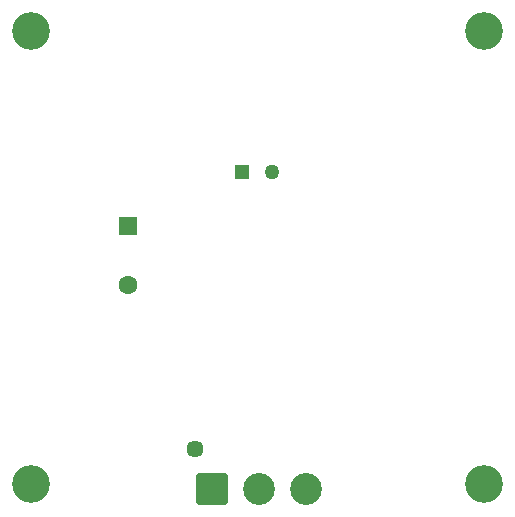
<source format=gbr>
%TF.GenerationSoftware,KiCad,Pcbnew,9.0.7*%
%TF.CreationDate,2026-01-28T16:33:08-08:00*%
%TF.ProjectId,speed-sensor-PCB,73706565-642d-4736-956e-736f722d5043,rev?*%
%TF.SameCoordinates,Original*%
%TF.FileFunction,Soldermask,Bot*%
%TF.FilePolarity,Negative*%
%FSLAX46Y46*%
G04 Gerber Fmt 4.6, Leading zero omitted, Abs format (unit mm)*
G04 Created by KiCad (PCBNEW 9.0.7) date 2026-01-28 16:33:08*
%MOMM*%
%LPD*%
G01*
G04 APERTURE LIST*
G04 Aperture macros list*
%AMRoundRect*
0 Rectangle with rounded corners*
0 $1 Rounding radius*
0 $2 $3 $4 $5 $6 $7 $8 $9 X,Y pos of 4 corners*
0 Add a 4 corners polygon primitive as box body*
4,1,4,$2,$3,$4,$5,$6,$7,$8,$9,$2,$3,0*
0 Add four circle primitives for the rounded corners*
1,1,$1+$1,$2,$3*
1,1,$1+$1,$4,$5*
1,1,$1+$1,$6,$7*
1,1,$1+$1,$8,$9*
0 Add four rect primitives between the rounded corners*
20,1,$1+$1,$2,$3,$4,$5,0*
20,1,$1+$1,$4,$5,$6,$7,0*
20,1,$1+$1,$6,$7,$8,$9,0*
20,1,$1+$1,$8,$9,$2,$3,0*%
G04 Aperture macros list end*
%ADD10C,1.600000*%
%ADD11RoundRect,0.250000X-0.550000X0.550000X-0.550000X-0.550000X0.550000X-0.550000X0.550000X0.550000X0*%
%ADD12C,1.450000*%
%ADD13RoundRect,0.250001X-1.099999X-1.099999X1.099999X-1.099999X1.099999X1.099999X-1.099999X1.099999X0*%
%ADD14C,2.700000*%
%ADD15C,3.200000*%
%ADD16R,1.270000X1.270000*%
%ADD17C,1.270000*%
G04 APERTURE END LIST*
D10*
%TO.C,C2*%
X89040000Y-102350000D03*
D11*
X89040000Y-97350000D03*
%TD*%
D12*
%TO.C,J1*%
X94690000Y-116180000D03*
D13*
X96190000Y-119580000D03*
D14*
X100150000Y-119580000D03*
X104110000Y-119580000D03*
%TD*%
D15*
%TO.C,H4*%
X80837400Y-80837400D03*
%TD*%
%TO.C,H3*%
X119162593Y-80837400D03*
%TD*%
%TO.C,H2*%
X80837400Y-119162593D03*
%TD*%
%TO.C,H1*%
X119162594Y-119162594D03*
%TD*%
D16*
%TO.C,C1*%
X98680000Y-92780000D03*
D17*
X101220000Y-92780000D03*
%TD*%
M02*

</source>
